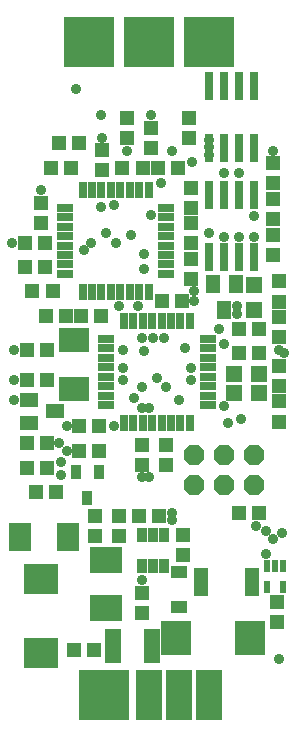
<source format=gbr>
G04 EAGLE Gerber RS-274X export*
G75*
%MOMM*%
%FSLAX34Y34*%
%LPD*%
%INSoldermask Top*%
%IPPOS*%
%AMOC8*
5,1,8,0,0,1.08239X$1,22.5*%
G01*
%ADD10R,1.303200X1.203200*%
%ADD11R,1.203200X1.303200*%
%ADD12R,0.903200X1.203200*%
%ADD13R,1.473200X0.762000*%
%ADD14R,0.762000X1.473200*%
%ADD15R,2.603200X2.103200*%
%ADD16R,1.603200X1.203200*%
%ADD17R,1.403200X1.403200*%
%ADD18P,1.869504X8X22.500000*%
%ADD19R,0.803200X2.403200*%
%ADD20R,1.203200X1.603200*%
%ADD21R,2.703200X2.203200*%
%ADD22R,1.983200X2.363200*%
%ADD23R,1.403200X3.003200*%
%ADD24R,2.603200X3.003200*%
%ADD25R,3.003200X2.603200*%
%ADD26R,0.893200X1.193200*%
%ADD27R,1.203200X2.403200*%
%ADD28R,1.403200X1.053200*%
%ADD29R,0.553200X1.003200*%
%ADD30R,4.203200X4.203200*%
%ADD31R,2.203200X4.203200*%
%ADD32C,0.914400*%


D10*
X35488Y404813D03*
X18488Y404813D03*
D11*
X158750Y391088D03*
X158750Y374088D03*
X84138Y483163D03*
X84138Y466163D03*
D10*
X83113Y342900D03*
X66113Y342900D03*
D11*
X125413Y502213D03*
X125413Y485213D03*
D12*
X71438Y189025D03*
X61938Y211025D03*
X80938Y211025D03*
D11*
X41838Y363538D03*
X24838Y363538D03*
X64063Y488950D03*
X47063Y488950D03*
D10*
X31750Y438713D03*
X31750Y421713D03*
D11*
X35950Y342900D03*
X52950Y342900D03*
X118038Y468313D03*
X101038Y468313D03*
D10*
X158750Y451413D03*
X158750Y434413D03*
X158750Y421250D03*
X158750Y404250D03*
D11*
X40713Y468313D03*
X57713Y468313D03*
X37075Y234950D03*
X20075Y234950D03*
X20075Y214313D03*
X37075Y214313D03*
X28013Y193675D03*
X45013Y193675D03*
X148200Y468313D03*
X131200Y468313D03*
D10*
X157163Y510150D03*
X157163Y493150D03*
X228600Y472050D03*
X228600Y455050D03*
D13*
X52324Y434400D03*
X52324Y426400D03*
X52324Y418400D03*
X52324Y410400D03*
X52324Y402400D03*
X52324Y394400D03*
X52324Y386400D03*
X52324Y378400D03*
D14*
X67250Y363474D03*
X75250Y363474D03*
X83250Y363474D03*
X91250Y363474D03*
X99250Y363474D03*
X107250Y363474D03*
X115250Y363474D03*
X123250Y363474D03*
D13*
X138176Y378400D03*
X138176Y386400D03*
X138176Y394400D03*
X138176Y402400D03*
X138176Y410400D03*
X138176Y418400D03*
X138176Y426400D03*
X138176Y434400D03*
D14*
X123250Y449326D03*
X115250Y449326D03*
X107250Y449326D03*
X99250Y449326D03*
X91250Y449326D03*
X83250Y449326D03*
X75250Y449326D03*
X67250Y449326D03*
D10*
X20075Y288925D03*
X37075Y288925D03*
X20075Y314325D03*
X37075Y314325D03*
D11*
X117475Y216925D03*
X117475Y233925D03*
D10*
X233363Y372038D03*
X233363Y355038D03*
D11*
X18488Y384175D03*
X35488Y384175D03*
D15*
X60325Y281125D03*
X60325Y322125D03*
D10*
X64525Y228600D03*
X81525Y228600D03*
X64525Y249238D03*
X81525Y249238D03*
D16*
X44338Y261938D03*
X22338Y252438D03*
X22338Y271438D03*
D11*
X199463Y176213D03*
X216463Y176213D03*
X216463Y331788D03*
X199463Y331788D03*
D17*
X216875Y277813D03*
X195875Y277813D03*
D11*
X216463Y311150D03*
X199463Y311150D03*
D17*
X216875Y293688D03*
X195875Y293688D03*
D10*
X117475Y108513D03*
X117475Y91513D03*
D18*
X161925Y200025D03*
X161925Y225425D03*
X187325Y200025D03*
X187325Y225425D03*
X212725Y200025D03*
X212725Y225425D03*
D11*
X138113Y216925D03*
X138113Y233925D03*
D10*
X134375Y355600D03*
X151375Y355600D03*
D14*
X158175Y338201D03*
X150175Y338201D03*
X142175Y338201D03*
X134175Y338201D03*
X126175Y338201D03*
X118175Y338201D03*
X110175Y338201D03*
X102175Y338201D03*
D13*
X87249Y323275D03*
X87249Y315275D03*
X87249Y307275D03*
X87249Y299275D03*
X87249Y291275D03*
X87249Y283275D03*
X87249Y275275D03*
X87249Y267275D03*
D14*
X102175Y252349D03*
X110175Y252349D03*
X118175Y252349D03*
X126175Y252349D03*
X134175Y252349D03*
X142175Y252349D03*
X150175Y252349D03*
X158175Y252349D03*
D13*
X173101Y267275D03*
X173101Y275275D03*
X173101Y283275D03*
X173101Y291275D03*
X173101Y299275D03*
X173101Y307275D03*
X173101Y315275D03*
X173101Y323275D03*
D19*
X200025Y445100D03*
X200025Y393100D03*
X212725Y445100D03*
X187325Y445100D03*
X174625Y445100D03*
X212725Y393100D03*
X187325Y393100D03*
X174625Y393100D03*
D10*
X228600Y424888D03*
X228600Y441888D03*
D11*
X228600Y411725D03*
X228600Y394725D03*
D20*
X187325Y347775D03*
X177825Y369775D03*
X196825Y369775D03*
D10*
X59763Y60325D03*
X76763Y60325D03*
D21*
X87313Y95888D03*
X87313Y135888D03*
D22*
X55225Y155575D03*
X14525Y155575D03*
D10*
X233363Y341875D03*
X233363Y324875D03*
D17*
X212725Y348275D03*
X212725Y369275D03*
D23*
X126038Y63500D03*
X93038Y63500D03*
D24*
X209300Y69850D03*
X146300Y69850D03*
D25*
X31750Y120400D03*
X31750Y57400D03*
D26*
X136500Y157463D03*
X127000Y157463D03*
X117500Y157463D03*
X117500Y131463D03*
X127000Y131463D03*
X136500Y131463D03*
D11*
X152400Y140725D03*
X152400Y157725D03*
X115325Y173038D03*
X132325Y173038D03*
D10*
X98425Y156600D03*
X98425Y173600D03*
D11*
X77788Y156600D03*
X77788Y173600D03*
D27*
X210413Y117475D03*
X167413Y117475D03*
D28*
X149225Y96125D03*
X149225Y126125D03*
D29*
X223688Y113738D03*
X236688Y113738D03*
X236688Y130738D03*
X230188Y130738D03*
X223688Y130738D03*
D10*
X233363Y270438D03*
X233363Y253438D03*
D11*
X233363Y300600D03*
X233363Y283600D03*
D10*
X231775Y100575D03*
X231775Y83575D03*
D30*
X123825Y574675D03*
X174625Y574675D03*
X73025Y574675D03*
D31*
X123825Y22225D03*
X149225Y22225D03*
D30*
X85725Y22225D03*
D31*
X174625Y22225D03*
D19*
X187325Y485175D03*
X187325Y537175D03*
X174625Y485175D03*
X200025Y485175D03*
X212725Y485175D03*
X174625Y537175D03*
X200025Y537175D03*
X212725Y537175D03*
D11*
X104775Y493150D03*
X104775Y510150D03*
D32*
X174625Y485775D03*
X174625Y479425D03*
X117475Y206375D03*
X31750Y449263D03*
X125413Y512763D03*
X93663Y436563D03*
X84138Y493713D03*
X7938Y404813D03*
X161925Y363538D03*
X9525Y288925D03*
X9525Y314325D03*
X53975Y249238D03*
X53975Y228600D03*
X117475Y265113D03*
X161925Y355600D03*
X127000Y323850D03*
X49213Y207963D03*
X123825Y265113D03*
X200025Y463550D03*
X212725Y409575D03*
X198438Y350838D03*
X198438Y344488D03*
X174625Y492125D03*
X238125Y311150D03*
X47625Y234950D03*
X9525Y271463D03*
X146050Y63500D03*
X139700Y63500D03*
X146050Y69850D03*
X139700Y69850D03*
X152400Y69850D03*
X152400Y63500D03*
X139700Y76200D03*
X146050Y76200D03*
X152400Y76200D03*
X222250Y141288D03*
X19050Y161925D03*
X19050Y155575D03*
X19050Y149225D03*
X142875Y169863D03*
X142875Y176213D03*
X233363Y314325D03*
X182563Y331788D03*
X12700Y161925D03*
X12700Y155575D03*
X12700Y149225D03*
X25400Y63500D03*
X31750Y63500D03*
X38100Y63500D03*
X25400Y57150D03*
X31750Y57150D03*
X38100Y57150D03*
X25400Y50800D03*
X31750Y50800D03*
X38100Y50800D03*
X123825Y206375D03*
X104775Y482600D03*
X228600Y482600D03*
X119063Y395288D03*
X68263Y398463D03*
X136525Y323850D03*
X117475Y282575D03*
X187325Y463550D03*
X49213Y219075D03*
X84138Y138113D03*
X90488Y138113D03*
X90488Y131763D03*
X84138Y131763D03*
X82550Y434975D03*
X87313Y412750D03*
X142875Y482600D03*
X82550Y512763D03*
X61913Y534988D03*
X160338Y473075D03*
X107950Y411163D03*
X74613Y404813D03*
X95250Y404813D03*
X133350Y455613D03*
X114300Y350838D03*
X101600Y314325D03*
X119063Y382588D03*
X101600Y288925D03*
X98425Y350838D03*
X158750Y288925D03*
X125413Y428625D03*
X93663Y249238D03*
X214313Y165100D03*
X111125Y273050D03*
X117475Y119063D03*
X117475Y323850D03*
X212725Y427038D03*
X119063Y312738D03*
X174625Y412750D03*
X138113Y282575D03*
X130175Y290513D03*
X101600Y298450D03*
X149225Y271463D03*
X158750Y298450D03*
X187325Y409575D03*
X190500Y252413D03*
X222250Y160338D03*
X200025Y409575D03*
X201613Y255588D03*
X228600Y153988D03*
X187325Y319088D03*
X187325Y266700D03*
X236538Y158750D03*
X233363Y52388D03*
X153988Y315913D03*
M02*

</source>
